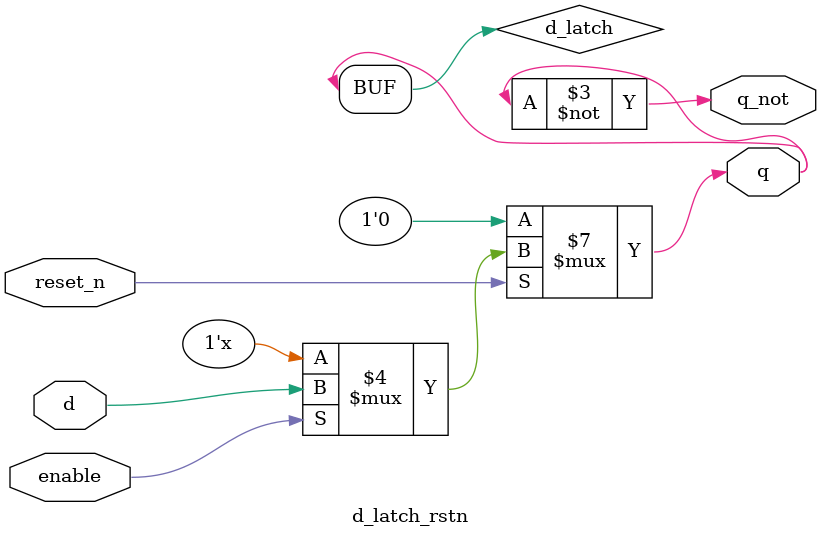
<source format=v>
module d_latch_rstn(
    input d,
    input enable,
    input reset_n,
    output q,
    output q_not
);

    reg d_latch;

    always @(d or enable or reset_n) begin
        if(!reset_n)
           d_latch <= 1'b0;
        else if (enable)
            d_latch <= d;

    end

    assign q = d_latch;
    assign q_not = ~q;
endmodule
</source>
